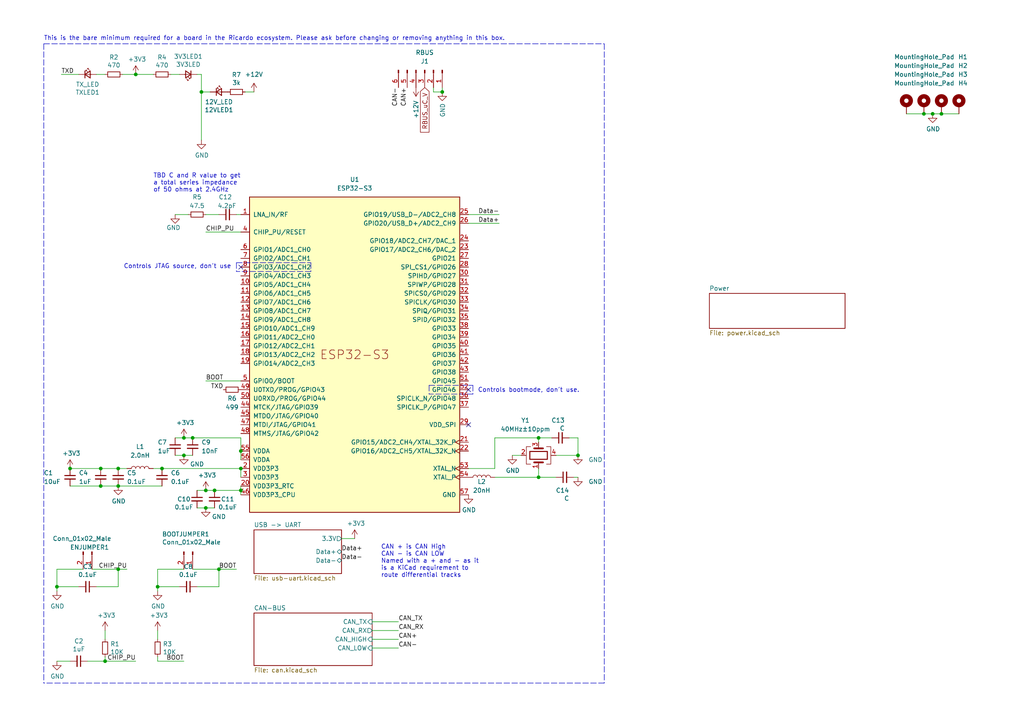
<source format=kicad_sch>
(kicad_sch (version 20211123) (generator eeschema)
  (paper "A4")
  (lib_symbols
    (symbol "Connector:Conn_01x02_Male" (pin_names (offset 1.016) hide)
      (property "Reference" "J" (at 0 2.54 0))
      (property "Value" "Conn_01x02_Male" (at 0 -5.08 0))
      (symbol "Conn_01x02_Male_1_1"
        (polyline (pts (xy 1.27 -2.54) (xy 0.8636 -2.54)) (stroke (width 0.1524)))
        (polyline (pts (xy 1.27 0) (xy 0.8636 0)) (stroke (width 0.1524)))
        (rectangle (start 0.8636 -2.413) (end 0 -2.667) (stroke (width 0.1524)) (fill (type outline)))
        (rectangle (start 0.8636 0.127) (end 0 -0.127) (stroke (width 0.1524)) (fill (type outline)))
        (pin passive line (at 5.08 0 180) (length 3.81) (name "Pin_1") (number "1"))
        (pin passive line (at 5.08 -2.54 180) (length 3.81) (name "Pin_2") (number "2"))
      )
    )
    (symbol "Connector:Conn_01x06_Male" (pin_names (offset 1.016) hide)
      (property "Reference" "J" (at 0 7.62 0))
      (property "Value" "Conn_01x06_Male" (at 0 -10.16 0))
      (symbol "Conn_01x06_Male_1_1"
        (polyline (pts (xy 1.27 -7.62) (xy 0.8636 -7.62)) (stroke (width 0.1524)))
        (polyline (pts (xy 1.27 -5.08) (xy 0.8636 -5.08)) (stroke (width 0.1524)))
        (polyline (pts (xy 1.27 -2.54) (xy 0.8636 -2.54)) (stroke (width 0.1524)))
        (polyline (pts (xy 1.27 0) (xy 0.8636 0)) (stroke (width 0.1524)))
        (polyline (pts (xy 1.27 2.54) (xy 0.8636 2.54)) (stroke (width 0.1524)))
        (polyline (pts (xy 1.27 5.08) (xy 0.8636 5.08)) (stroke (width 0.1524)))
        (rectangle (start 0.8636 -7.493) (end 0 -7.747) (stroke (width 0.1524)) (fill (type outline)))
        (rectangle (start 0.8636 -4.953) (end 0 -5.207) (stroke (width 0.1524)) (fill (type outline)))
        (rectangle (start 0.8636 -2.413) (end 0 -2.667) (stroke (width 0.1524)) (fill (type outline)))
        (rectangle (start 0.8636 0.127) (end 0 -0.127) (stroke (width 0.1524)) (fill (type outline)))
        (rectangle (start 0.8636 2.667) (end 0 2.413) (stroke (width 0.1524)) (fill (type outline)))
        (rectangle (start 0.8636 5.207) (end 0 4.953) (stroke (width 0.1524)) (fill (type outline)))
        (pin passive line (at 5.08 5.08 180) (length 3.81) (name "Pin_1") (number "1"))
        (pin passive line (at 5.08 2.54 180) (length 3.81) (name "Pin_2") (number "2"))
        (pin passive line (at 5.08 0 180) (length 3.81) (name "Pin_3") (number "3"))
        (pin passive line (at 5.08 -2.54 180) (length 3.81) (name "Pin_4") (number "4"))
        (pin passive line (at 5.08 -5.08 180) (length 3.81) (name "Pin_5") (number "5"))
        (pin passive line (at 5.08 -7.62 180) (length 3.81) (name "Pin_6") (number "6"))
      )
    )
    (symbol "Device:C_Small" (pin_numbers hide) (pin_names (offset 0.254) hide)
      (property "Reference" "C" (at 0.254 1.778 0))
      (property "Value" "C_Small" (at 0.254 -2.032 0))
      (symbol "C_Small_0_1"
        (polyline (pts (xy -1.524 -0.508) (xy 1.524 -0.508)) (stroke (width 0.3302)))
        (polyline (pts (xy -1.524 0.508) (xy 1.524 0.508)) (stroke (width 0.3048)))
      )
      (symbol "C_Small_1_1"
        (pin passive line (at 0 2.54 270) (length 2.032) (name "~") (number "1"))
        (pin passive line (at 0 -2.54 90) (length 2.032) (name "~") (number "2"))
      )
    )
    (symbol "Device:Crystal_GND24" (pin_names (offset 1.016) hide)
      (property "Reference" "Y" (at 3.175 5.08 0))
      (property "Value" "Crystal_GND24" (at 3.175 3.175 0))
      (symbol "Crystal_GND24_0_1"
        (rectangle (start -1.143 2.54) (end 1.143 -2.54) (stroke (width 0.3048)))
        (polyline (pts (xy -2.54 0) (xy -2.032 0)))
        (polyline (pts (xy -2.032 -1.27) (xy -2.032 1.27)) (stroke (width 0.508)))
        (polyline (pts (xy 0 -3.81) (xy 0 -3.556)))
        (polyline (pts (xy 0 3.556) (xy 0 3.81)))
        (polyline (pts (xy 2.032 -1.27) (xy 2.032 1.27)) (stroke (width 0.508)))
        (polyline (pts (xy 2.032 0) (xy 2.54 0)))
        (polyline (pts (xy -2.54 -2.286) (xy -2.54 -3.556) (xy 2.54 -3.556) (xy 2.54 -2.286)))
        (polyline (pts (xy -2.54 2.286) (xy -2.54 3.556) (xy 2.54 3.556) (xy 2.54 2.286)))
      )
      (symbol "Crystal_GND24_1_1"
        (pin passive line (at -3.81 0 0) (length 1.27) (name "1") (number "1"))
        (pin passive line (at 0 5.08 270) (length 1.27) (name "2") (number "2"))
        (pin passive line (at 3.81 0 180) (length 1.27) (name "3") (number "3"))
        (pin passive line (at 0 -5.08 90) (length 1.27) (name "4") (number "4"))
      )
    )
    (symbol "Device:L" (pin_numbers hide) (pin_names (offset 1.016) hide)
      (property "Reference" "L" (at -1.27 0 90))
      (property "Value" "L" (at 1.905 0 90))
      (symbol "L_0_1"
        (arc (start 0 -2.54) (mid 0.635 -1.905) (end 0 -1.27))
        (arc (start 0 -1.27) (mid 0.635 -0.635) (end 0 0))
        (arc (start 0 0) (mid 0.635 0.635) (end 0 1.27))
        (arc (start 0 1.27) (mid 0.635 1.905) (end 0 2.54))
      )
      (symbol "L_1_1"
        (pin passive line (at 0 3.81 270) (length 1.27) (name "1") (number "1"))
        (pin passive line (at 0 -3.81 90) (length 1.27) (name "2") (number "2"))
      )
    )
    (symbol "Device:LED_Small" (pin_numbers hide) (pin_names (offset 0.254) hide)
      (property "Reference" "D" (at -1.27 3.175 0))
      (property "Value" "LED_Small" (at -4.445 -2.54 0))
      (symbol "LED_Small_0_1"
        (polyline (pts (xy -0.762 -1.016) (xy -0.762 1.016)) (stroke (width 0.254)))
        (polyline (pts (xy 1.016 0) (xy -0.762 0)))
        (polyline (pts (xy 0.762 -1.016) (xy -0.762 0) (xy 0.762 1.016) (xy 0.762 -1.016)) (stroke (width 0.254)))
        (polyline (pts (xy 0 0.762) (xy -0.508 1.27) (xy -0.254 1.27) (xy -0.508 1.27) (xy -0.508 1.016)))
        (polyline (pts (xy 0.508 1.27) (xy 0 1.778) (xy 0.254 1.778) (xy 0 1.778) (xy 0 1.524)))
      )
      (symbol "LED_Small_1_1"
        (pin passive line (at -2.54 0 0) (length 1.778) (name "K") (number "1"))
        (pin passive line (at 2.54 0 180) (length 1.778) (name "A") (number "2"))
      )
    )
    (symbol "Device:R_Small" (pin_numbers hide) (pin_names (offset 0.254) hide)
      (property "Reference" "R" (at 0.762 0.508 0))
      (property "Value" "R_Small" (at 0.762 -1.016 0))
      (symbol "R_Small_0_1"
        (rectangle (start -0.762 1.778) (end 0.762 -1.778) (stroke (width 0.2032)))
      )
      (symbol "R_Small_1_1"
        (pin passive line (at 0 2.54 270) (length 0.762) (name "~") (number "1"))
        (pin passive line (at 0 -2.54 90) (length 0.762) (name "~") (number "2"))
      )
    )
    (symbol "Espressif:ESP32-S3" (pin_names (offset 1.016))
      (property "Reference" "U" (at 0 48.26 0))
      (property "Value" "ESP32-S3" (at 0 -48.26 0))
      (symbol "ESP32-S3_0_0"
        (text "ESP32-S3" (at 0 0 0) (effects (font (size 2.54 2.54))))
        (pin bidirectional line (at 33.02 -12.7 180) (length 2.54) (name "SPICLK_N/GPIO48") (number "36"))
        (pin bidirectional line (at 33.02 -15.24 180) (length 2.54) (name "SPICLK_P/GPIO47") (number "37"))
      )
      (symbol "ESP32-S3_0_1"
        (rectangle (start -30.48 45.72) (end 30.48 -45.72) (stroke (width 0.254)) (fill (type background)))
      )
      (symbol "ESP32-S3_1_1"
        (pin bidirectional line (at -33.02 40.64 0) (length 2.54) (name "LNA_IN/RF") (number "1"))
        (pin bidirectional line (at -33.02 20.32 0) (length 2.54) (name "GPIO5/ADC1_CH4") (number "10"))
        (pin bidirectional line (at -33.02 17.78 0) (length 2.54) (name "GPIO6/ADC1_CH5") (number "11"))
        (pin bidirectional line (at -33.02 15.24 0) (length 2.54) (name "GPIO7/ADC1_CH6") (number "12"))
        (pin bidirectional line (at -33.02 12.7 0) (length 2.54) (name "GPIO8/ADC1_CH7") (number "13"))
        (pin bidirectional line (at -33.02 10.16 0) (length 2.54) (name "GPIO9/ADC1_CH8") (number "14"))
        (pin bidirectional line (at -33.02 7.62 0) (length 2.54) (name "GPIO10/ADC1_CH9") (number "15"))
        (pin bidirectional line (at -33.02 5.08 0) (length 2.54) (name "GPIO11/ADC2_CH0") (number "16"))
        (pin bidirectional line (at -33.02 2.54 0) (length 2.54) (name "GPIO12/ADC2_CH1") (number "17"))
        (pin bidirectional line (at -33.02 0 0) (length 2.54) (name "GPIO13/ADC2_CH2") (number "18"))
        (pin bidirectional line (at -33.02 -2.54 0) (length 2.54) (name "GPIO14/ADC2_CH3") (number "19"))
        (pin power_in line (at -33.02 -33.02 0) (length 2.54) (name "VDD3P3") (number "2"))
        (pin power_in line (at -33.02 -38.1 0) (length 2.54) (name "VDD3P3_RTC") (number "20"))
        (pin input clock (at 33.02 -25.4 180) (length 2.54) (name "GPIO15/ADC2_CH4/XTAL_32K_P") (number "21"))
        (pin output clock (at 33.02 -27.94 180) (length 2.54) (name "GPIO16/ADC2_CH5/XTAL_32K_N") (number "22"))
        (pin bidirectional line (at 33.02 30.48 180) (length 2.54) (name "GPIO17/ADC2_CH6/DAC_2") (number "23"))
        (pin bidirectional line (at 33.02 33.02 180) (length 2.54) (name "GPIO18/ADC2_CH7/DAC_1") (number "24"))
        (pin bidirectional line (at 33.02 40.64 180) (length 2.54) (name "GPIO19/USB_D-/ADC2_CH8") (number "25"))
        (pin bidirectional line (at 33.02 38.1 180) (length 2.54) (name "GPIO20/USB_D+/ADC2_CH9") (number "26"))
        (pin bidirectional line (at 33.02 27.94 180) (length 2.54) (name "GPIO21") (number "27"))
        (pin bidirectional line (at 33.02 25.4 180) (length 2.54) (name "SPI_CS1/GPIO26") (number "28"))
        (pin power_out line (at 33.02 -20.32 180) (length 2.54) (name "VDD_SPI") (number "29"))
        (pin power_in line (at -33.02 -35.56 0) (length 2.54) (name "VDD3P3") (number "3"))
        (pin bidirectional line (at 33.02 22.86 180) (length 2.54) (name "SPIHD/GPIO27") (number "30"))
        (pin bidirectional line (at 33.02 20.32 180) (length 2.54) (name "SPIWP/GPIO28") (number "31"))
        (pin bidirectional line (at 33.02 17.78 180) (length 2.54) (name "SPICS0/GPIO29") (number "32"))
        (pin bidirectional line (at 33.02 15.24 180) (length 2.54) (name "SPICLK/GPIO30") (number "33"))
        (pin bidirectional line (at 33.02 12.7 180) (length 2.54) (name "SPIQ/GPIO31") (number "34"))
        (pin bidirectional line (at 33.02 10.16 180) (length 2.54) (name "SPID/GPIO32") (number "35"))
        (pin bidirectional line (at 33.02 7.62 180) (length 2.54) (name "GPIO33") (number "38"))
        (pin bidirectional line (at 33.02 5.08 180) (length 2.54) (name "GPIO34") (number "39"))
        (pin input line (at -33.02 35.56 0) (length 2.54) (name "CHIP_PU/RESET") (number "4"))
        (pin bidirectional line (at 33.02 2.54 180) (length 2.54) (name "GPIO35") (number "40"))
        (pin bidirectional line (at 33.02 0 180) (length 2.54) (name "GPIO36") (number "41"))
        (pin bidirectional line (at 33.02 -2.54 180) (length 2.54) (name "GPIO37") (number "42"))
        (pin bidirectional line (at 33.02 -5.08 180) (length 2.54) (name "GPIO38") (number "43"))
        (pin bidirectional line (at -33.02 -15.24 0) (length 2.54) (name "MTCK/JTAG/GPIO39") (number "44"))
        (pin bidirectional line (at -33.02 -17.78 0) (length 2.54) (name "MTDO/JTAG/GPIO40") (number "45"))
        (pin power_in line (at -33.02 -40.64 0) (length 2.54) (name "VDD3P3_CPU") (number "46"))
        (pin bidirectional line (at -33.02 -20.32 0) (length 2.54) (name "MTDI/JTAG/GPIO41") (number "47"))
        (pin bidirectional line (at -33.02 -22.86 0) (length 2.54) (name "MTMS/JTAG/GPIO42") (number "48"))
        (pin bidirectional line (at -33.02 -10.16 0) (length 2.54) (name "U0TXD/PROG/GPIO43") (number "49"))
        (pin bidirectional line (at -33.02 -7.62 0) (length 2.54) (name "GPIO0/BOOT") (number "5"))
        (pin bidirectional line (at -33.02 -12.7 0) (length 2.54) (name "U0RXD/PROG/GPIO44") (number "50"))
        (pin bidirectional line (at 33.02 -7.62 180) (length 2.54) (name "GPIO45") (number "51"))
        (pin bidirectional line (at 33.02 -10.16 180) (length 2.54) (name "GPIO46") (number "52"))
        (pin input clock (at 33.02 -33.02 180) (length 2.54) (name "XTAL_N") (number "53"))
        (pin output clock (at 33.02 -35.56 180) (length 2.54) (name "XTAL_P") (number "54"))
        (pin power_in line (at -33.02 -27.94 0) (length 2.54) (name "VDDA") (number "55"))
        (pin power_in line (at -33.02 -30.48 0) (length 2.54) (name "VDDA") (number "56"))
        (pin power_in line (at 33.02 -40.64 180) (length 2.54) (name "GND") (number "57"))
        (pin bidirectional line (at -33.02 30.48 0) (length 2.54) (name "GPIO1/ADC1_CH0") (number "6"))
        (pin bidirectional line (at -33.02 27.94 0) (length 2.54) (name "GPIO2/ADC1_CH1") (number "7"))
        (pin bidirectional line (at -33.02 25.4 0) (length 2.54) (name "GPIO3/ADC1_CH2") (number "8"))
        (pin bidirectional line (at -33.02 22.86 0) (length 2.54) (name "GPIO4/ADC1_CH3") (number "9"))
      )
    )
    (symbol "Mechanical:MountingHole_Pad" (pin_numbers hide) (pin_names (offset 1.016) hide)
      (property "Reference" "H" (at 0 6.35 0))
      (property "Value" "MountingHole_Pad" (at 0 4.445 0))
      (symbol "MountingHole_Pad_0_1"
        (circle (center 0 1.27) (radius 1.27) (stroke (width 1.27)))
      )
      (symbol "MountingHole_Pad_1_1"
        (pin input line (at 0 -2.54 90) (length 2.54) (name "1") (number "1"))
      )
    )
    (symbol "power:+12V" (power) (pin_names (offset 0))
      (property "Value" "+12V" (at 0 3.556 0))
      (symbol "+12V_0_1"
        (polyline (pts (xy -0.762 1.27) (xy 0 2.54)))
        (polyline (pts (xy 0 0) (xy 0 2.54)))
        (polyline (pts (xy 0 2.54) (xy 0.762 1.27)))
      )
      (symbol "+12V_1_1"
        (pin power_in line (at 0 0 90) (length 0) hide (name "+12V") (number "1"))
      )
    )
    (symbol "power:+3.3V" (power) (pin_names (offset 0))
      (property "Value" "+3.3V" (at 0 3.556 0))
      (symbol "+3.3V_0_1"
        (polyline (pts (xy -0.762 1.27) (xy 0 2.54)))
        (polyline (pts (xy 0 0) (xy 0 2.54)))
        (polyline (pts (xy 0 2.54) (xy 0.762 1.27)))
      )
      (symbol "+3.3V_1_1"
        (pin power_in line (at 0 0 90) (length 0) hide (name "+3V3") (number "1"))
      )
    )
    (symbol "power:GND" (power) (pin_names (offset 0))
      (property "Value" "GND" (at 0 -3.81 0))
      (symbol "GND_0_1"
        (polyline (pts (xy 0 0) (xy 0 -1.27) (xy 1.27 -1.27) (xy 0 -2.54) (xy -1.27 -1.27) (xy 0 -1.27)))
      )
      (symbol "GND_1_1"
        (pin power_in line (at 0 0 270) (length 0) hide (name "GND") (number "1"))
      )
    )
  )
  (junction (at 39.37 21.59))
  (junction (at 59.69 142.24))
  (junction (at 53.34 127))
  (junction (at 58.42 26.67))
  (junction (at 30.48 191.77))
  (junction (at 69.85 142.24))
  (junction (at 55.88 127))
  (junction (at 63.5 165.1))
  (junction (at 59.69 147.32))
  (junction (at 62.23 142.24))
  (junction (at 34.29 135.89))
  (junction (at 20.32 135.89))
  (junction (at 45.72 170.18))
  (junction (at 29.21 135.89))
  (junction (at 34.29 140.97))
  (junction (at 156.21 127))
  (junction (at 273.05 33.02))
  (junction (at 53.34 132.08))
  (junction (at 156.21 138.43))
  (junction (at 69.85 130.81))
  (junction (at 29.21 140.97))
  (junction (at 16.51 170.18))
  (junction (at 270.51 33.02))
  (junction (at 267.97 33.02))
  (junction (at 167.64 132.08))
  (junction (at 46.99 135.89))
  (junction (at 128.27 26.67))
  (junction (at 34.29 165.1))
  (junction (at 69.85 135.89))
  (no_connect (at 69.85 77.47))
  (no_connect (at 135.89 113.03))
  (no_connect (at 135.89 123.19))
  (wire (pts (xy 30.48 191.77) (xy 30.48 190.5)))
  (wire (pts (xy 135.89 62.23) (xy 144.78 62.23)))
  (wire (pts (xy 69.85 135.89) (xy 69.85 138.43)))
  (polyline (pts (xy 90.17 78.74) (xy 68.58 78.74)))
  (wire (pts (xy 63.5 170.18) (xy 63.5 165.1)))
  (polyline (pts (xy 68.58 76.2) (xy 68.58 78.74)))
  (wire (pts (xy 60.96 26.67) (xy 58.42 26.67)))
  (wire (pts (xy 16.51 191.77) (xy 20.32 191.77)))
  (wire (pts (xy 107.95 180.34) (xy 115.57 180.34)))
  (wire (pts (xy 128.27 25.4) (xy 128.27 26.67)))
  (wire (pts (xy 160.02 127) (xy 156.21 127)))
  (wire (pts (xy 45.72 165.1) (xy 53.34 165.1)))
  (wire (pts (xy 125.73 26.67) (xy 128.27 26.67)))
  (wire (pts (xy 58.42 21.59) (xy 57.15 21.59)))
  (wire (pts (xy 29.21 135.89) (xy 34.29 135.89)))
  (wire (pts (xy 143.51 138.43) (xy 156.21 138.43)))
  (wire (pts (xy 59.69 110.49) (xy 69.85 110.49)))
  (polyline (pts (xy 12.7 12.7) (xy 12.7 198.12)))
  (wire (pts (xy 267.97 33.02) (xy 262.89 33.02)))
  (wire (pts (xy 16.51 170.18) (xy 16.51 171.45)))
  (wire (pts (xy 57.15 170.18) (xy 63.5 170.18)))
  (polyline (pts (xy 137.16 111.76) (xy 137.16 114.3)))
  (wire (pts (xy 68.58 165.1) (xy 63.5 165.1)))
  (wire (pts (xy 68.58 62.23) (xy 69.85 62.23)))
  (wire (pts (xy 27.94 21.59) (xy 30.48 21.59)))
  (wire (pts (xy 16.51 165.1) (xy 16.51 170.18)))
  (wire (pts (xy 161.29 132.08) (xy 167.64 132.08)))
  (wire (pts (xy 30.48 182.88) (xy 30.48 185.42)))
  (wire (pts (xy 57.15 147.32) (xy 59.69 147.32)))
  (polyline (pts (xy 68.58 76.2) (xy 90.17 76.2)))
  (wire (pts (xy 34.29 135.89) (xy 36.83 135.89)))
  (wire (pts (xy 69.85 142.24) (xy 69.85 143.51)))
  (wire (pts (xy 62.23 142.24) (xy 69.85 142.24)))
  (wire (pts (xy 53.34 132.08) (xy 55.88 132.08)))
  (wire (pts (xy 143.51 135.89) (xy 143.51 127)))
  (wire (pts (xy 156.21 127) (xy 156.21 128.27)))
  (wire (pts (xy 34.29 165.1) (xy 36.83 165.1)))
  (wire (pts (xy 50.8 132.08) (xy 53.34 132.08)))
  (polyline (pts (xy 124.46 111.76) (xy 124.46 114.3)))
  (polyline (pts (xy 12.7 12.7) (xy 175.26 12.7)))
  (wire (pts (xy 44.45 135.89) (xy 46.99 135.89)))
  (wire (pts (xy 69.85 130.81) (xy 69.85 133.35)))
  (wire (pts (xy 22.86 170.18) (xy 16.51 170.18)))
  (wire (pts (xy 50.8 127) (xy 53.34 127)))
  (wire (pts (xy 17.78 21.59) (xy 22.86 21.59)))
  (wire (pts (xy 52.07 170.18) (xy 45.72 170.18)))
  (wire (pts (xy 50.8 62.23) (xy 54.61 62.23)))
  (wire (pts (xy 59.69 62.23) (xy 63.5 62.23)))
  (wire (pts (xy 278.13 33.02) (xy 273.05 33.02)))
  (wire (pts (xy 29.21 140.97) (xy 34.29 140.97)))
  (wire (pts (xy 35.56 21.59) (xy 39.37 21.59)))
  (wire (pts (xy 55.88 127) (xy 69.85 127)))
  (wire (pts (xy 107.95 187.96) (xy 115.57 187.96)))
  (wire (pts (xy 107.95 182.88) (xy 115.57 182.88)))
  (wire (pts (xy 69.85 127) (xy 69.85 130.81)))
  (polyline (pts (xy 137.16 114.3) (xy 124.46 114.3)))
  (wire (pts (xy 55.88 165.1) (xy 63.5 165.1)))
  (wire (pts (xy 125.73 25.4) (xy 125.73 26.67)))
  (wire (pts (xy 25.4 191.77) (xy 30.48 191.77)))
  (wire (pts (xy 273.05 33.02) (xy 270.51 33.02)))
  (wire (pts (xy 135.89 135.89) (xy 143.51 135.89)))
  (wire (pts (xy 45.72 170.18) (xy 45.72 171.45)))
  (wire (pts (xy 45.72 191.77) (xy 45.72 190.5)))
  (wire (pts (xy 49.53 21.59) (xy 52.07 21.59)))
  (wire (pts (xy 148.59 132.08) (xy 151.13 132.08)))
  (wire (pts (xy 58.42 21.59) (xy 58.42 26.67)))
  (wire (pts (xy 161.29 138.43) (xy 156.21 138.43)))
  (wire (pts (xy 59.69 67.31) (xy 69.85 67.31)))
  (wire (pts (xy 53.34 191.77) (xy 45.72 191.77)))
  (wire (pts (xy 58.42 26.67) (xy 58.42 40.64)))
  (wire (pts (xy 156.21 135.89) (xy 156.21 138.43)))
  (wire (pts (xy 34.29 170.18) (xy 34.29 165.1)))
  (polyline (pts (xy 90.17 76.2) (xy 90.17 78.74)))
  (wire (pts (xy 143.51 127) (xy 156.21 127)))
  (wire (pts (xy 99.06 156.21) (xy 102.87 156.21)))
  (wire (pts (xy 167.64 138.43) (xy 166.37 138.43)))
  (wire (pts (xy 20.32 135.89) (xy 29.21 135.89)))
  (wire (pts (xy 167.64 127) (xy 167.64 132.08)))
  (wire (pts (xy 39.37 21.59) (xy 44.45 21.59)))
  (polyline (pts (xy 124.46 111.76) (xy 137.16 111.76)))
  (wire (pts (xy 59.69 147.32) (xy 62.23 147.32)))
  (wire (pts (xy 30.48 191.77) (xy 39.37 191.77)))
  (wire (pts (xy 270.51 33.02) (xy 267.97 33.02)))
  (wire (pts (xy 107.95 185.42) (xy 115.57 185.42)))
  (wire (pts (xy 53.34 127) (xy 55.88 127)))
  (wire (pts (xy 73.66 26.67) (xy 71.12 26.67)))
  (wire (pts (xy 46.99 135.89) (xy 69.85 135.89)))
  (polyline (pts (xy 175.26 12.7) (xy 175.26 198.12)))
  (wire (pts (xy 34.29 140.97) (xy 46.99 140.97)))
  (wire (pts (xy 135.89 64.77) (xy 144.78 64.77)))
  (wire (pts (xy 27.94 170.18) (xy 34.29 170.18)))
  (wire (pts (xy 45.72 165.1) (xy 45.72 170.18)))
  (wire (pts (xy 59.69 142.24) (xy 62.23 142.24)))
  (wire (pts (xy 57.15 142.24) (xy 59.69 142.24)))
  (wire (pts (xy 20.32 140.97) (xy 29.21 140.97)))
  (wire (pts (xy 69.85 142.24) (xy 69.85 140.97)))
  (wire (pts (xy 167.64 127) (xy 165.1 127)))
  (wire (pts (xy 26.67 165.1) (xy 34.29 165.1)))
  (wire (pts (xy 45.72 182.88) (xy 45.72 185.42)))
  (wire (pts (xy 16.51 165.1) (xy 24.13 165.1)))
  (polyline (pts (xy 175.26 198.12) (xy 12.7 198.12)))
  (text "Controls bootmode, don't use.\n" (at 138.5894 113.9757 0) (effects (font (size 1.27 1.27)) (justify left bottom)))
  (text "This is the bare minimum required for a board in the Ricardo ecosystem. Please ask before changing or removing anything in this box.\n\n" (at 12.7 13.97 0) (effects (font (size 1.27 1.27)) (justify left bottom)))
  (text "TBD C and R value to get\na total series impedance\nof 50 ohms at 2.4GHz\n" (at 44.45 55.88 0) (effects (font (size 1.27 1.27)) (justify left bottom)))
  (text "CAN + is CAN High\nCAN - is CAN LOW\nNamed with a + and - as it\nis a KiCad requirement to\nroute differential tracks\n" (at 110.49 167.64 0) (effects (font (size 1.27 1.27)) (justify left bottom)))
  (text "Controls JTAG source, don't use\n" (at 67.0857 78.0878 180) (effects (font (size 1.27 1.27)) (justify right bottom)))
  (label "CHIP_PU" (at 36.83 165.1 180))
  (label "CAN+" (at 115.57 185.42 0))
  (label "Data+" (at 99.06 160.02 0))
  (label "Data-" (at 99.06 162.56 0))
  (label "BOOT" (at 53.34 191.77 180))
  (label "CAN-" (at 115.57 25.4 270))
  (label "CAN+" (at 118.11 25.4 270))
  (label "CAN_TX" (at 115.57 180.34 0))
  (label "BOOT" (at 68.58 165.1 180))
  (label "BOOT" (at 59.69 110.49 0))
  (label "TXD" (at 64.77 113.03 180))
  (label "CHIP_PU" (at 59.69 67.31 0))
  (label "CAN_RX" (at 115.57 182.88 0))
  (label "Data+" (at 144.78 64.77 180))
  (label "Data-" (at 144.78 62.23 180))
  (label "CAN-" (at 115.57 187.96 0))
  (label "TXD" (at 17.78 21.59 0))
  (label "CHIP_PU" (at 39.37 191.77 180))
  (global_label "RBUS_uC_V" (shape input) (at 123.19 25.4 270) (property "Intersheet References" "${INTERSHEET_REFS}" (effects hide)))
  (symbol (lib_id "power:+3.3V") (at 30.48 182.88 0) (unit 1)
    (property "Reference" "#PWR04" (effects hide))
    (property "Value" "+3.3V" (at 30.861 178.4858 0))
  )
  (symbol (lib_id "Device:R_Small") (at 30.48 187.96 0) (unit 1)
    (property "Reference" "R1" (at 31.9786 186.7916 0) (effects (justify left)))
    (property "Value" "10K" (at 31.9786 189.103 0) (effects (justify left)))
    (property "Footprint" "Resistor_SMD:R_0402_1005Metric" (effects hide))
  )
  (symbol (lib_id "Device:C_Small") (at 22.86 191.77 270) (unit 1)
    (property "Reference" "C2" (at 22.86 185.9534 90))
    (property "Value" "1uF" (at 22.86 188.2648 90))
    (property "Footprint" "Capacitor_SMD:C_0402_1005Metric" (effects hide))
  )
  (symbol (lib_id "power:GND") (at 16.51 191.77 0) (unit 1)
    (property "Reference" "#PWR02" (effects hide))
    (property "Value" "GND" (at 16.637 196.1642 0))
  )
  (symbol (lib_id "power:+3.3V") (at 45.72 182.88 0) (unit 1)
    (property "Reference" "#PWR08" (effects hide))
    (property "Value" "+3.3V" (at 46.101 178.4858 0))
  )
  (symbol (lib_id "Device:R_Small") (at 45.72 187.96 0) (unit 1)
    (property "Reference" "R3" (at 47.2186 186.7916 0) (effects (justify left)))
    (property "Value" "10K" (at 47.2186 189.103 0) (effects (justify left)))
    (property "Footprint" "Resistor_SMD:R_0402_1005Metric" (effects hide))
  )
  (symbol (lib_id "power:GND") (at 45.72 171.45 0) (unit 1)
    (property "Reference" "#PWR07" (effects hide))
    (property "Value" "GND" (at 45.847 175.8442 0))
  )
  (symbol (lib_id "Device:C_Small") (at 54.61 170.18 270) (unit 1)
    (property "Reference" "C8" (at 54.61 164.3634 90))
    (property "Value" "0.1uF" (at 54.61 166.6748 90))
    (property "Footprint" "Capacitor_SMD:C_0402_1005Metric" (effects hide))
  )
  (symbol (lib_id "power:GND") (at 16.51 171.45 0) (unit 1)
    (property "Reference" "#PWR01" (effects hide))
    (property "Value" "GND" (at 16.637 175.8442 0))
  )
  (symbol (lib_id "Device:C_Small") (at 25.4 170.18 270) (unit 1)
    (property "Reference" "C3" (at 25.4 164.3634 90))
    (property "Value" "0.1uF" (at 25.4 166.6748 90))
    (property "Footprint" "Capacitor_SMD:C_0402_1005Metric" (effects hide))
  )
  (symbol (lib_id "Device:LED_Small") (at 25.4 21.59 0) (unit 1)
    (property "Reference" "TXLED1" (at 25.4 26.797 0))
    (property "Value" "TX_LED" (at 25.4 24.4856 0))
    (property "Footprint" "Resistor_SMD:R_0402_1005Metric" (effects hide))
  )
  (symbol (lib_id "Device:R_Small") (at 33.02 21.59 270) (unit 1)
    (property "Reference" "R2" (at 33.02 16.6116 90))
    (property "Value" "470" (at 33.02 18.923 90))
    (property "Footprint" "Resistor_SMD:R_0402_1005Metric" (effects hide))
  )
  (symbol (lib_id "power:GND") (at 58.42 40.64 0) (unit 1)
    (property "Reference" "#PWR012" (effects hide))
    (property "Value" "GND" (at 58.547 45.0342 0))
  )
  (symbol (lib_id "power:+3.3V") (at 39.37 21.59 0) (unit 1)
    (property "Reference" "#PWR06" (effects hide))
    (property "Value" "+3.3V" (at 39.751 17.1958 0))
  )
  (symbol (lib_id "Device:LED_Small") (at 54.61 21.59 180) (unit 1)
    (property "Reference" "3V3LED1" (at 54.61 16.383 0))
    (property "Value" "3V3LED" (at 54.61 18.6944 0))
    (property "Footprint" "Resistor_SMD:R_0402_1005Metric" (effects hide))
  )
  (symbol (lib_id "Device:R_Small") (at 46.99 21.59 270) (unit 1)
    (property "Reference" "R4" (at 46.99 16.6116 90))
    (property "Value" "470" (at 46.99 18.923 90))
    (property "Footprint" "Resistor_SMD:R_0402_1005Metric" (effects hide))
  )
  (symbol (lib_id "Connector:Conn_01x02_Male") (at 26.67 160.02 270) (unit 1)
    (property "Reference" "ENJUMPER1" (at 20.32 158.75 90) (effects (justify left)))
    (property "Value" "Conn_01x02_Male" (at 15.24 156.21 90) (effects (justify left)))
    (property "Footprint" "Connector_PinHeader_2.54mm:PinHeader_1x02_P2.54mm_Vertical" (effects hide))
  )
  (symbol (lib_id "Connector:Conn_01x02_Male") (at 55.88 160.02 270) (unit 1)
    (property "Reference" "BOOTJUMPER1" (at 46.99 154.94 90) (effects (justify left)))
    (property "Value" "Conn_01x02_Male" (at 46.99 157.2514 90) (effects (justify left)))
    (property "Footprint" "Connector_PinHeader_2.54mm:PinHeader_1x02_P2.54mm_Vertical" (effects hide))
  )
  (symbol (lib_id "power:+3.3V") (at 102.87 156.21 0) (unit 1)
    (property "Reference" "#PWR016" (effects hide))
    (property "Value" "+3.3V" (at 103.251 151.8158 0))
  )
  (symbol (lib_id "power:GND") (at 128.27 26.67 0) (unit 1)
    (property "Reference" "#PWR018" (effects hide))
    (property "Value" "GND" (at 128.397 29.9212 90) (effects (justify right)))
  )
  (symbol (lib_id "Connector:Conn_01x06_Male") (at 123.19 20.32 270) (unit 1)
    (property "Reference" "J1" (at 123.19 17.78 90))
    (property "Value" "RBUS" (at 123.19 15.24 90))
    (property "Footprint" "Connector_Molex:Molex_Mini-Fit_Jr_5566-06A_2x03_P4.20mm_Vertical" (effects hide))
  )
  (symbol (lib_id "Device:LED_Small") (at 63.5 26.67 0) (unit 1)
    (property "Reference" "12VLED1" (at 63.5 31.877 0))
    (property "Value" "12V_LED" (at 63.5 29.5656 0))
    (property "Footprint" "Resistor_SMD:R_0402_1005Metric" (effects hide))
  )
  (symbol (lib_id "Device:R_Small") (at 68.58 26.67 270) (unit 1)
    (property "Reference" "R7" (at 68.58 21.6916 90))
    (property "Value" "3k" (at 68.58 24.003 90))
    (property "Footprint" "Resistor_SMD:R_0402_1005Metric" (effects hide))
  )
  (symbol (lib_id "power:GND") (at 167.64 132.08 0) (unit 1)
    (property "Reference" "#PWR021" (effects hide))
    (property "Value" "GND" (at 172.72 133.35 0))
  )
  (symbol (lib_id "power:GND") (at 34.29 140.97 0) (unit 1)
    (property "Reference" "#PWR05" (effects hide))
    (property "Value" "GND" (at 34.417 145.3642 0))
  )
  (symbol (lib_id "Device:C_Small") (at 55.88 129.54 0) (unit 1)
    (property "Reference" "C9" (at 58.42 128.2762 0) (effects (justify left)))
    (property "Value" "10nF" (at 58.42 130.8162 0) (effects (justify left)))
    (property "Footprint" "Capacitor_SMD:C_0402_1005Metric" (effects hide))
  )
  (symbol (lib_id "power:+3.3V") (at 53.34 127 0) (unit 1)
    (property "Reference" "#PWR010" (effects hide))
    (property "Value" "+3.3V" (at 53.721 122.6058 0))
  )
  (symbol (lib_id "Mechanical:MountingHole_Pad") (at 267.97 30.48 0) (unit 1)
    (property "Reference" "H2" (at 280.67 19.05 0) (effects (justify right)))
    (property "Value" "MountingHole_Pad" (at 276.86 21.59 0) (effects (justify right)))
    (property "Footprint" "MountingHole:MountingHole_3.2mm_M3_DIN965_Pad" (effects hide))
  )
  (symbol (lib_id "Device:C_Small") (at 50.8 129.54 0) (unit 1)
    (property "Reference" "C7" (at 45.72 128.27 0) (effects (justify left)))
    (property "Value" "1uF" (at 45.72 130.81 0) (effects (justify left)))
    (property "Footprint" "Capacitor_SMD:C_0402_1005Metric" (effects hide))
  )
  (symbol (lib_id "power:+12V") (at 73.66 26.67 0) (unit 1)
    (property "Reference" "#PWR015" (effects hide))
    (property "Value" "+12V" (at 73.66 21.59 0))
  )
  (symbol (lib_id "Mechanical:MountingHole_Pad") (at 278.13 30.48 0) (unit 1)
    (property "Reference" "H4" (at 280.67 24.13 0) (effects (justify right)))
    (property "Value" "MountingHole_Pad" (at 276.86 16.51 0) (effects (justify right)))
    (property "Footprint" "MountingHole:MountingHole_3.2mm_M3_DIN965_Pad" (effects hide))
  )
  (symbol (lib_id "power:GND") (at 59.69 147.32 0) (unit 1)
    (property "Reference" "#PWR014" (effects hide))
    (property "Value" "GND" (at 63.5 149.86 0))
  )
  (symbol (lib_id "power:+12V") (at 120.65 25.4 180) (unit 1)
    (property "Reference" "#PWR017" (effects hide))
    (property "Value" "+12V" (at 120.65 31.75 90))
  )
  (symbol (lib_id "Device:C_Small") (at 20.32 138.43 0) (unit 1)
    (property "Reference" "C1" (at 12.7 137.16 0) (effects (justify left)))
    (property "Value" "10uF" (at 12.7 139.7 0) (effects (justify left)))
    (property "Footprint" "Capacitor_SMD:C_0402_1005Metric" (effects hide))
  )
  (symbol (lib_id "Device:C_Small") (at 57.15 144.78 0) (unit 1)
    (property "Reference" "C10" (at 53.34 144.78 0))
    (property "Value" "0.1uF" (at 53.34 147.0914 0))
    (property "Footprint" "Capacitor_SMD:C_0402_1005Metric" (effects hide))
  )
  (symbol (lib_id "Device:C_Small") (at 163.83 138.43 90) (unit 1)
    (property "Reference" "C14" (at 165.1 142.24 90) (effects (justify left)))
    (property "Value" "C" (at 165.1 144.5514 90) (effects (justify left)))
    (property "Footprint" "Capacitor_SMD:C_0402_1005Metric" (effects hide))
  )
  (symbol (lib_id "power:GND") (at 167.64 138.43 0) (unit 1)
    (property "Reference" "#PWR022" (effects hide))
    (property "Value" "GND" (at 172.72 139.7 0))
  )
  (symbol (lib_id "Device:C_Small") (at 34.29 138.43 0) (unit 1)
    (property "Reference" "C5" (at 36.83 137.1662 0) (effects (justify left)))
    (property "Value" "0.1uF" (at 36.83 139.7062 0) (effects (justify left)))
    (property "Footprint" "Capacitor_SMD:C_0402_1005Metric" (effects hide))
  )
  (symbol (lib_id "power:GND") (at 53.34 132.08 0) (unit 1)
    (property "Reference" "#PWR011" (effects hide))
    (property "Value" "GND" (at 57.15 134.62 0))
  )
  (symbol (lib_id "Mechanical:MountingHole_Pad") (at 262.89 30.48 0) (unit 1)
    (property "Reference" "H1" (at 280.67 16.51 0) (effects (justify right)))
    (property "Value" "MountingHole_Pad" (at 276.86 24.13 0) (effects (justify right)))
    (property "Footprint" "MountingHole:MountingHole_3.2mm_M3_DIN965_Pad" (effects hide))
  )
  (symbol (lib_id "Device:C_Small") (at 62.23 144.78 0) (unit 1)
    (property "Reference" "C11" (at 66.04 144.78 0))
    (property "Value" "0.1uF" (at 66.04 147.0914 0))
    (property "Footprint" "Capacitor_SMD:C_0402_1005Metric" (effects hide))
  )
  (symbol (lib_id "Device:C_Small") (at 162.56 127 90) (unit 1)
    (property "Reference" "C13" (at 163.83 121.92 90) (effects (justify left)))
    (property "Value" "C" (at 163.83 124.2314 90) (effects (justify left)))
    (property "Footprint" "Capacitor_SMD:C_0402_1005Metric" (effects hide))
  )
  (symbol (lib_id "power:GND") (at 148.59 132.08 0) (unit 1)
    (property "Reference" "#PWR020" (effects hide))
    (property "Value" "GND" (at 148.717 136.4742 0))
  )
  (symbol (lib_id "Device:L") (at 139.7 138.43 90) (unit 1)
    (property "Reference" "L2" (at 139.7 139.7 90))
    (property "Value" "20nH" (at 139.7 142.24 90))
    (property "Footprint" "Inductor_SMD:L_0402_1005Metric" (effects hide))
  )
  (symbol (lib_id "power:+3.3V") (at 59.69 142.24 0) (unit 1)
    (property "Reference" "#PWR013" (effects hide))
    (property "Value" "+3.3V" (at 60.071 137.8458 0))
  )
  (symbol (lib_id "Device:C_Small") (at 66.04 62.23 90) (unit 1)
    (property "Reference" "C12" (at 67.31 57.15 90) (effects (justify left)))
    (property "Value" "4.2pF" (at 68.58 59.69 90) (effects (justify left)))
    (property "Footprint" "Capacitor_SMD:C_0402_1005Metric" (effects hide))
  )
  (symbol (lib_id "Device:L") (at 40.64 135.89 90) (unit 1)
    (property "Reference" "L1" (at 40.64 129.54 90))
    (property "Value" "2.0nH" (at 40.64 132.08 90))
    (property "Footprint" "Inductor_SMD:L_0402_1005Metric" (effects hide))
  )
  (symbol (lib_id "power:+3.3V") (at 20.32 135.89 0) (unit 1)
    (property "Reference" "#PWR03" (effects hide))
    (property "Value" "+3.3V" (at 20.701 131.4958 0))
  )
  (symbol (lib_id "Espressif:ESP32-S3") (at 102.87 102.87 0) (unit 1)
    (property "Reference" "U1" (at 102.87 52.07 0))
    (property "Value" "ESP32-S3" (at 102.87 54.61 0))
    (property "Footprint" "Package_DFN_QFN:QFN-56-1EP_7x7mm_P0.4mm_EP5.6x5.6mm" (effects hide))
    (property "Datasheet" "https://www.espressif.com/sites/default/files/documentation/esp32-s3_datasheet_en.pdf" (effects hide))
  )
  (symbol (lib_id "Mechanical:MountingHole_Pad") (at 273.05 30.48 0) (unit 1)
    (property "Reference" "H3" (at 280.67 21.59 0) (effects (justify right)))
    (property "Value" "MountingHole_Pad" (at 276.86 19.05 0) (effects (justify right)))
    (property "Footprint" "MountingHole:MountingHole_3.2mm_M3_DIN965_Pad" (effects hide))
  )
  (symbol (lib_id "power:GND") (at 270.51 33.02 0) (unit 1)
    (property "Reference" "#PWR023" (effects hide))
    (property "Value" "GND" (at 270.637 37.4142 0))
  )
  (symbol (lib_id "Device:Crystal_GND24") (at 156.21 132.08 90) (unit 1)
    (property "Reference" "Y1" (at 152.4 121.92 90))
    (property "Value" "40MHz±10ppm" (at 152.4 124.46 90))
    (property "Footprint" "Crystal:Crystal_SMD_2016-4Pin_2.0x1.6mm" (effects hide))
  )
  (symbol (lib_id "Device:C_Small") (at 29.21 138.43 0) (unit 1)
    (property "Reference" "C4" (at 22.86 137.16 0) (effects (justify left)))
    (property "Value" "1uF" (at 22.86 139.7 0) (effects (justify left)))
    (property "Footprint" "Capacitor_SMD:C_0402_1005Metric" (effects hide))
  )
  (symbol (lib_id "power:GND") (at 135.89 143.51 0) (unit 1)
    (property "Reference" "#PWR019" (effects hide))
    (property "Value" "GND" (at 136.017 147.9042 0))
  )
  (symbol (lib_id "power:GND") (at 50.8 62.23 0) (unit 1)
    (property "Reference" "#PWR09" (effects hide))
    (property "Value" "GND" (at 48.26 66.04 0) (effects (justify left)))
  )
  (symbol (lib_id "Device:R_Small") (at 67.31 113.03 90) (unit 1)
    (property "Reference" "R6" (at 67.31 115.57 90))
    (property "Value" "499" (at 67.31 118.11 90))
    (property "Footprint" "Resistor_SMD:R_0402_1005Metric" (effects hide))
  )
  (symbol (lib_id "Device:R_Small") (at 57.15 62.23 90) (unit 1)
    (property "Reference" "R5" (at 57.15 57.15 90))
    (property "Value" "47.5" (at 57.15 59.69 90))
    (property "Footprint" "Resistor_SMD:R_0402_1005Metric" (effects hide))
  )
  (symbol (lib_id "Device:C_Small") (at 46.99 138.43 0) (unit 1)
    (property "Reference" "C6" (at 49.53 137.1662 0) (effects (justify left)))
    (property "Value" "0.1uF" (at 49.53 139.7062 0) (effects (justify left)))
    (property "Footprint" "Capacitor_SMD:C_0402_1005Metric" (effects hide))
  )
  (sheet (at 73.66 153.67) (size 25.4 12.7)
    (property "Sheet name" "USB -> UART" (at 73.66 152.9584 0) (effects (justify left bottom)))
    (property "Sheet file" "usb-uart.kicad_sch" (at 73.66 166.9546 0) (effects (justify left top)))
    (pin "3.3V" output (at 99.06 156.21 0))
    (pin "Data+" bidirectional (at 99.06 160.02 0))
    (pin "Data-" bidirectional (at 99.06 162.56 0))
  )
  (sheet (at 73.66 177.8) (size 34.29 15.24)
    (property "Sheet name" "CAN-BUS" (at 73.66 177.0884 0) (effects (justify left bottom)))
    (property "Sheet file" "can.kicad_sch" (at 73.66 193.6246 0) (effects (justify left top)))
    (pin "CAN_TX" input (at 107.95 180.34 0))
    (pin "CAN_RX" output (at 107.95 182.88 0))
    (pin "CAN_HIGH" input (at 107.95 185.42 0))
    (pin "CAN_LOW" input (at 107.95 187.96 0))
  )
  (sheet (at 205.74 85.09) (size 39.37 10.16) (stroke (width 0.1524))
    (property "Sheet name" "Power" (at 205.74 84.3784 0) (effects (justify left bottom)))
    (property "Sheet file" "power.kicad_sch" (at 205.74 95.8346 0) (effects (justify left top)))
  )
)
</source>
